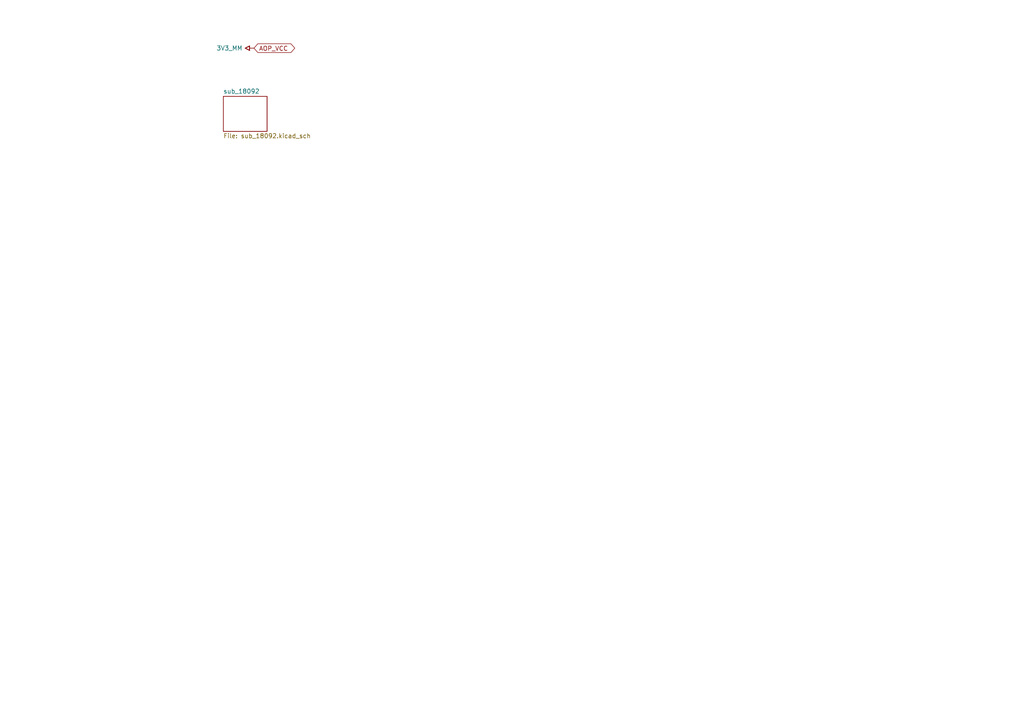
<source format=kicad_sch>
(kicad_sch (version 20231120) (generator "eeschema") (generator_version "8.0")
  (paper "A4")
  (lib_symbols
    (symbol "0_Power:3V3_MM" (power) (pin_names (offset 0))
      (property "Value" "3V3_MM" (at 0 3.556 0))
      (symbol "3V3_MM_0_1"
        (polyline (pts (xy 0 0) (xy 0 1.27)) (stroke (width 0.1778)))
        (polyline (pts (xy -0.635 1.27) (xy 0.635 1.27) (xy 0 2.54) (xy -0.635 1.27)) (stroke (width 0.254)))
      )
      (symbol "3V3_MM_1_1"
        (pin power_in line (at 0 0 90) (length 0) hide (name "3V3_MM") (number "1"))
      )
    )
  )
  (global_label "AOP_VCC" (shape tri_state) (at 73.66 13.97 0) (property "Intersheetrefs" "${INTERSHEET_REFS}" (effects (hide yes))) (property "Références Inter-Feuilles" "${INTERSHEET_REFS}" (effects (hide yes))))
  (symbol (lib_id "0_Power:3V3_MM") (at 73.66 13.97 90) (unit 1)
    (property "Reference" "#PWR013" (effects (hide yes)))
    (property "Value" "3V3_MM" (at 70.358 13.97 90) (effects (justify left)))
  )
  (sheet (at 64.77 27.94) (size 12.7 10.16) (stroke (width 0.1524))
    (property "Sheetname" "sub_18092" (at 64.77 27.2284 0) (effects (justify left bottom)))
    (property "Sheetfile" "sub_18092.kicad_sch" (at 64.77 38.6846 0) (effects (justify left top)))
  )
)
</source>
